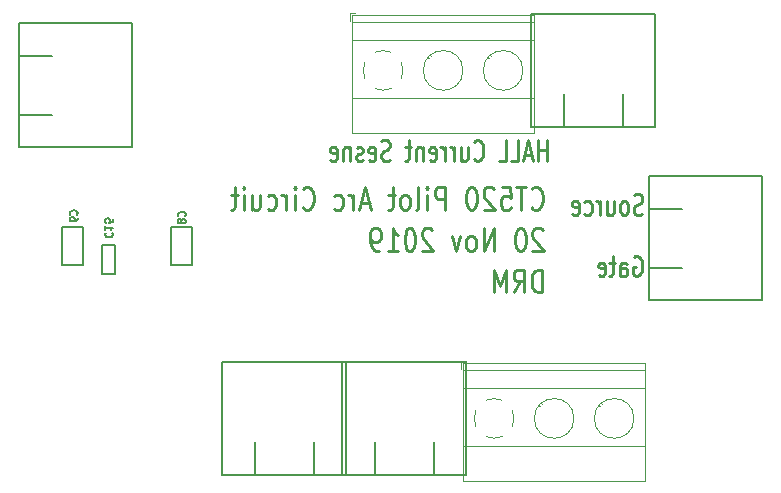
<source format=gbo>
G04 #@! TF.GenerationSoftware,KiCad,Pcbnew,(5.99.0-273-g43768b71c)*
G04 #@! TF.CreationDate,2019-11-20T15:23:38-05:00*
G04 #@! TF.ProjectId,Plasma_Pilot3,506c6173-6d61-45f5-9069-6c6f74332e6b,rev?*
G04 #@! TF.SameCoordinates,Original*
G04 #@! TF.FileFunction,Legend,Bot*
G04 #@! TF.FilePolarity,Positive*
%FSLAX46Y46*%
G04 Gerber Fmt 4.6, Leading zero omitted, Abs format (unit mm)*
G04 Created by KiCad (PCBNEW (5.99.0-273-g43768b71c)) date 2019-11-20 15:23:38*
%MOMM*%
%LPD*%
G04 APERTURE LIST*
%ADD10C,0.254000*%
%ADD11C,0.127000*%
%ADD12C,0.120000*%
%ADD13C,0.150000*%
%ADD14C,0.130048*%
G04 APERTURE END LIST*
D10*
X164573858Y-107668785D02*
X164573858Y-105763785D01*
X164211000Y-105763785D01*
X163993286Y-105854500D01*
X163848143Y-106035928D01*
X163775572Y-106217357D01*
X163703000Y-106580214D01*
X163703000Y-106852357D01*
X163775572Y-107215214D01*
X163848143Y-107396642D01*
X163993286Y-107578071D01*
X164211000Y-107668785D01*
X164573858Y-107668785D01*
X162179000Y-107668785D02*
X162687000Y-106761642D01*
X163049858Y-107668785D02*
X163049858Y-105763785D01*
X162469286Y-105763785D01*
X162324143Y-105854500D01*
X162251572Y-105945214D01*
X162179000Y-106126642D01*
X162179000Y-106398785D01*
X162251572Y-106580214D01*
X162324143Y-106670928D01*
X162469286Y-106761642D01*
X163049858Y-106761642D01*
X161525858Y-107668785D02*
X161525858Y-105763785D01*
X161017858Y-107124500D01*
X160509858Y-105763785D01*
X160509858Y-107668785D01*
X164646428Y-102452714D02*
X164573857Y-102362000D01*
X164428714Y-102271285D01*
X164065857Y-102271285D01*
X163920714Y-102362000D01*
X163848142Y-102452714D01*
X163775571Y-102634142D01*
X163775571Y-102815571D01*
X163848142Y-103087714D01*
X164719000Y-104176285D01*
X163775571Y-104176285D01*
X162832142Y-102271285D02*
X162687000Y-102271285D01*
X162541857Y-102362000D01*
X162469285Y-102452714D01*
X162396714Y-102634142D01*
X162324142Y-102997000D01*
X162324142Y-103450571D01*
X162396714Y-103813428D01*
X162469285Y-103994857D01*
X162541857Y-104085571D01*
X162687000Y-104176285D01*
X162832142Y-104176285D01*
X162977285Y-104085571D01*
X163049857Y-103994857D01*
X163122428Y-103813428D01*
X163195000Y-103450571D01*
X163195000Y-102997000D01*
X163122428Y-102634142D01*
X163049857Y-102452714D01*
X162977285Y-102362000D01*
X162832142Y-102271285D01*
X160509857Y-104176285D02*
X160509857Y-102271285D01*
X159639000Y-104176285D01*
X159639000Y-102271285D01*
X158695571Y-104176285D02*
X158840714Y-104085571D01*
X158913285Y-103994857D01*
X158985857Y-103813428D01*
X158985857Y-103269142D01*
X158913285Y-103087714D01*
X158840714Y-102997000D01*
X158695571Y-102906285D01*
X158477857Y-102906285D01*
X158332714Y-102997000D01*
X158260142Y-103087714D01*
X158187571Y-103269142D01*
X158187571Y-103813428D01*
X158260142Y-103994857D01*
X158332714Y-104085571D01*
X158477857Y-104176285D01*
X158695571Y-104176285D01*
X157679571Y-102906285D02*
X157316714Y-104176285D01*
X156953857Y-102906285D01*
X155284714Y-102452714D02*
X155212142Y-102362000D01*
X155067000Y-102271285D01*
X154704142Y-102271285D01*
X154559000Y-102362000D01*
X154486428Y-102452714D01*
X154413857Y-102634142D01*
X154413857Y-102815571D01*
X154486428Y-103087714D01*
X155357285Y-104176285D01*
X154413857Y-104176285D01*
X153470428Y-102271285D02*
X153325285Y-102271285D01*
X153180142Y-102362000D01*
X153107571Y-102452714D01*
X153035000Y-102634142D01*
X152962428Y-102997000D01*
X152962428Y-103450571D01*
X153035000Y-103813428D01*
X153107571Y-103994857D01*
X153180142Y-104085571D01*
X153325285Y-104176285D01*
X153470428Y-104176285D01*
X153615571Y-104085571D01*
X153688142Y-103994857D01*
X153760714Y-103813428D01*
X153833285Y-103450571D01*
X153833285Y-102997000D01*
X153760714Y-102634142D01*
X153688142Y-102452714D01*
X153615571Y-102362000D01*
X153470428Y-102271285D01*
X151511000Y-104176285D02*
X152381857Y-104176285D01*
X151946428Y-104176285D02*
X151946428Y-102271285D01*
X152091571Y-102543428D01*
X152236714Y-102724857D01*
X152381857Y-102815571D01*
X150785285Y-104176285D02*
X150495000Y-104176285D01*
X150349857Y-104085571D01*
X150277285Y-103994857D01*
X150132142Y-103722714D01*
X150059571Y-103359857D01*
X150059571Y-102634142D01*
X150132142Y-102452714D01*
X150204714Y-102362000D01*
X150349857Y-102271285D01*
X150640142Y-102271285D01*
X150785285Y-102362000D01*
X150857857Y-102452714D01*
X150930428Y-102634142D01*
X150930428Y-103087714D01*
X150857857Y-103269142D01*
X150785285Y-103359857D01*
X150640142Y-103450571D01*
X150349857Y-103450571D01*
X150204714Y-103359857D01*
X150132142Y-103269142D01*
X150059571Y-103087714D01*
X163703000Y-100502357D02*
X163775571Y-100593071D01*
X163993285Y-100683785D01*
X164138428Y-100683785D01*
X164356142Y-100593071D01*
X164501285Y-100411642D01*
X164573857Y-100230214D01*
X164646428Y-99867357D01*
X164646428Y-99595214D01*
X164573857Y-99232357D01*
X164501285Y-99050928D01*
X164356142Y-98869500D01*
X164138428Y-98778785D01*
X163993285Y-98778785D01*
X163775571Y-98869500D01*
X163703000Y-98960214D01*
X163267571Y-98778785D02*
X162396714Y-98778785D01*
X162832142Y-100683785D02*
X162832142Y-98778785D01*
X161163000Y-98778785D02*
X161888714Y-98778785D01*
X161961285Y-99685928D01*
X161888714Y-99595214D01*
X161743571Y-99504500D01*
X161380714Y-99504500D01*
X161235571Y-99595214D01*
X161163000Y-99685928D01*
X161090428Y-99867357D01*
X161090428Y-100320928D01*
X161163000Y-100502357D01*
X161235571Y-100593071D01*
X161380714Y-100683785D01*
X161743571Y-100683785D01*
X161888714Y-100593071D01*
X161961285Y-100502357D01*
X160509857Y-98960214D02*
X160437285Y-98869500D01*
X160292142Y-98778785D01*
X159929285Y-98778785D01*
X159784142Y-98869500D01*
X159711571Y-98960214D01*
X159639000Y-99141642D01*
X159639000Y-99323071D01*
X159711571Y-99595214D01*
X160582428Y-100683785D01*
X159639000Y-100683785D01*
X158695571Y-98778785D02*
X158550428Y-98778785D01*
X158405285Y-98869500D01*
X158332714Y-98960214D01*
X158260142Y-99141642D01*
X158187571Y-99504500D01*
X158187571Y-99958071D01*
X158260142Y-100320928D01*
X158332714Y-100502357D01*
X158405285Y-100593071D01*
X158550428Y-100683785D01*
X158695571Y-100683785D01*
X158840714Y-100593071D01*
X158913285Y-100502357D01*
X158985857Y-100320928D01*
X159058428Y-99958071D01*
X159058428Y-99504500D01*
X158985857Y-99141642D01*
X158913285Y-98960214D01*
X158840714Y-98869500D01*
X158695571Y-98778785D01*
X156373285Y-100683785D02*
X156373285Y-98778785D01*
X155792714Y-98778785D01*
X155647571Y-98869500D01*
X155575000Y-98960214D01*
X155502428Y-99141642D01*
X155502428Y-99413785D01*
X155575000Y-99595214D01*
X155647571Y-99685928D01*
X155792714Y-99776642D01*
X156373285Y-99776642D01*
X154849285Y-100683785D02*
X154849285Y-99413785D01*
X154849285Y-98778785D02*
X154921857Y-98869500D01*
X154849285Y-98960214D01*
X154776714Y-98869500D01*
X154849285Y-98778785D01*
X154849285Y-98960214D01*
X153905857Y-100683785D02*
X154051000Y-100593071D01*
X154123571Y-100411642D01*
X154123571Y-98778785D01*
X153107571Y-100683785D02*
X153252714Y-100593071D01*
X153325285Y-100502357D01*
X153397857Y-100320928D01*
X153397857Y-99776642D01*
X153325285Y-99595214D01*
X153252714Y-99504500D01*
X153107571Y-99413785D01*
X152889857Y-99413785D01*
X152744714Y-99504500D01*
X152672142Y-99595214D01*
X152599571Y-99776642D01*
X152599571Y-100320928D01*
X152672142Y-100502357D01*
X152744714Y-100593071D01*
X152889857Y-100683785D01*
X153107571Y-100683785D01*
X152164142Y-99413785D02*
X151583571Y-99413785D01*
X151946428Y-98778785D02*
X151946428Y-100411642D01*
X151873857Y-100593071D01*
X151728714Y-100683785D01*
X151583571Y-100683785D01*
X149987000Y-100139500D02*
X149261285Y-100139500D01*
X150132142Y-100683785D02*
X149624142Y-98778785D01*
X149116142Y-100683785D01*
X148608142Y-100683785D02*
X148608142Y-99413785D01*
X148608142Y-99776642D02*
X148535571Y-99595214D01*
X148463000Y-99504500D01*
X148317857Y-99413785D01*
X148172714Y-99413785D01*
X147011571Y-100593071D02*
X147156714Y-100683785D01*
X147447000Y-100683785D01*
X147592142Y-100593071D01*
X147664714Y-100502357D01*
X147737285Y-100320928D01*
X147737285Y-99776642D01*
X147664714Y-99595214D01*
X147592142Y-99504500D01*
X147447000Y-99413785D01*
X147156714Y-99413785D01*
X147011571Y-99504500D01*
X144326428Y-100502357D02*
X144399000Y-100593071D01*
X144616714Y-100683785D01*
X144761857Y-100683785D01*
X144979571Y-100593071D01*
X145124714Y-100411642D01*
X145197285Y-100230214D01*
X145269857Y-99867357D01*
X145269857Y-99595214D01*
X145197285Y-99232357D01*
X145124714Y-99050928D01*
X144979571Y-98869500D01*
X144761857Y-98778785D01*
X144616714Y-98778785D01*
X144399000Y-98869500D01*
X144326428Y-98960214D01*
X143673285Y-100683785D02*
X143673285Y-99413785D01*
X143673285Y-98778785D02*
X143745857Y-98869500D01*
X143673285Y-98960214D01*
X143600714Y-98869500D01*
X143673285Y-98778785D01*
X143673285Y-98960214D01*
X142947571Y-100683785D02*
X142947571Y-99413785D01*
X142947571Y-99776642D02*
X142875000Y-99595214D01*
X142802428Y-99504500D01*
X142657285Y-99413785D01*
X142512142Y-99413785D01*
X141351000Y-100593071D02*
X141496142Y-100683785D01*
X141786428Y-100683785D01*
X141931571Y-100593071D01*
X142004142Y-100502357D01*
X142076714Y-100320928D01*
X142076714Y-99776642D01*
X142004142Y-99595214D01*
X141931571Y-99504500D01*
X141786428Y-99413785D01*
X141496142Y-99413785D01*
X141351000Y-99504500D01*
X140044714Y-99413785D02*
X140044714Y-100683785D01*
X140697857Y-99413785D02*
X140697857Y-100411642D01*
X140625285Y-100593071D01*
X140480142Y-100683785D01*
X140262428Y-100683785D01*
X140117285Y-100593071D01*
X140044714Y-100502357D01*
X139319000Y-100683785D02*
X139319000Y-99413785D01*
X139319000Y-98778785D02*
X139391571Y-98869500D01*
X139319000Y-98960214D01*
X139246428Y-98869500D01*
X139319000Y-98778785D01*
X139319000Y-98960214D01*
X138811000Y-99413785D02*
X138230428Y-99413785D01*
X138593285Y-98778785D02*
X138593285Y-100411642D01*
X138520714Y-100593071D01*
X138375571Y-100683785D01*
X138230428Y-100683785D01*
X164991142Y-96540616D02*
X164991142Y-94810622D01*
X164991142Y-95634429D02*
X164265428Y-95634429D01*
X164265428Y-96540616D02*
X164265428Y-94810622D01*
X163721142Y-96046332D02*
X163116380Y-96046332D01*
X163842095Y-96540616D02*
X163418761Y-94810622D01*
X162995428Y-96540616D01*
X161967333Y-96540616D02*
X162572095Y-96540616D01*
X162572095Y-94810622D01*
X160939238Y-96540616D02*
X161544000Y-96540616D01*
X161544000Y-94810622D01*
X158822571Y-96375855D02*
X158883047Y-96458235D01*
X159064476Y-96540616D01*
X159185428Y-96540616D01*
X159366857Y-96458235D01*
X159487809Y-96293474D01*
X159548285Y-96128713D01*
X159608761Y-95799190D01*
X159608761Y-95552048D01*
X159548285Y-95222525D01*
X159487809Y-95057764D01*
X159366857Y-94893003D01*
X159185428Y-94810622D01*
X159064476Y-94810622D01*
X158883047Y-94893003D01*
X158822571Y-94975383D01*
X157734000Y-95387287D02*
X157734000Y-96540616D01*
X158278285Y-95387287D02*
X158278285Y-96293474D01*
X158217809Y-96458235D01*
X158096857Y-96540616D01*
X157915428Y-96540616D01*
X157794476Y-96458235D01*
X157734000Y-96375855D01*
X157129238Y-96540616D02*
X157129238Y-95387287D01*
X157129238Y-95716809D02*
X157068761Y-95552048D01*
X157008285Y-95469667D01*
X156887333Y-95387287D01*
X156766380Y-95387287D01*
X156343047Y-96540616D02*
X156343047Y-95387287D01*
X156343047Y-95716809D02*
X156282571Y-95552048D01*
X156222095Y-95469667D01*
X156101142Y-95387287D01*
X155980190Y-95387287D01*
X155073047Y-96458235D02*
X155194000Y-96540616D01*
X155435904Y-96540616D01*
X155556857Y-96458235D01*
X155617333Y-96293474D01*
X155617333Y-95634429D01*
X155556857Y-95469667D01*
X155435904Y-95387287D01*
X155194000Y-95387287D01*
X155073047Y-95469667D01*
X155012571Y-95634429D01*
X155012571Y-95799190D01*
X155617333Y-95963951D01*
X154468285Y-95387287D02*
X154468285Y-96540616D01*
X154468285Y-95552048D02*
X154407809Y-95469667D01*
X154286857Y-95387287D01*
X154105428Y-95387287D01*
X153984476Y-95469667D01*
X153924000Y-95634429D01*
X153924000Y-96540616D01*
X153500666Y-95387287D02*
X153016857Y-95387287D01*
X153319238Y-94810622D02*
X153319238Y-96293474D01*
X153258761Y-96458235D01*
X153137809Y-96540616D01*
X153016857Y-96540616D01*
X151686380Y-96458235D02*
X151504952Y-96540616D01*
X151202571Y-96540616D01*
X151081619Y-96458235D01*
X151021142Y-96375855D01*
X150960666Y-96211093D01*
X150960666Y-96046332D01*
X151021142Y-95881571D01*
X151081619Y-95799190D01*
X151202571Y-95716809D01*
X151444476Y-95634429D01*
X151565428Y-95552048D01*
X151625904Y-95469667D01*
X151686380Y-95304906D01*
X151686380Y-95140145D01*
X151625904Y-94975383D01*
X151565428Y-94893003D01*
X151444476Y-94810622D01*
X151142095Y-94810622D01*
X150960666Y-94893003D01*
X149932571Y-96458235D02*
X150053523Y-96540616D01*
X150295428Y-96540616D01*
X150416380Y-96458235D01*
X150476857Y-96293474D01*
X150476857Y-95634429D01*
X150416380Y-95469667D01*
X150295428Y-95387287D01*
X150053523Y-95387287D01*
X149932571Y-95469667D01*
X149872095Y-95634429D01*
X149872095Y-95799190D01*
X150476857Y-95963951D01*
X149388285Y-96458235D02*
X149267333Y-96540616D01*
X149025428Y-96540616D01*
X148904476Y-96458235D01*
X148844000Y-96293474D01*
X148844000Y-96211093D01*
X148904476Y-96046332D01*
X149025428Y-95963951D01*
X149206857Y-95963951D01*
X149327809Y-95881571D01*
X149388285Y-95716809D01*
X149388285Y-95634429D01*
X149327809Y-95469667D01*
X149206857Y-95387287D01*
X149025428Y-95387287D01*
X148904476Y-95469667D01*
X148299714Y-95387287D02*
X148299714Y-96540616D01*
X148299714Y-95552048D02*
X148239238Y-95469667D01*
X148118285Y-95387287D01*
X147936857Y-95387287D01*
X147815904Y-95469667D01*
X147755428Y-95634429D01*
X147755428Y-96540616D01*
X146666857Y-96458235D02*
X146787809Y-96540616D01*
X147029714Y-96540616D01*
X147150666Y-96458235D01*
X147211142Y-96293474D01*
X147211142Y-95634429D01*
X147150666Y-95469667D01*
X147029714Y-95387287D01*
X146787809Y-95387287D01*
X146666857Y-95469667D01*
X146606380Y-95634429D01*
X146606380Y-95799190D01*
X147211142Y-95963951D01*
X173070762Y-101030235D02*
X172889333Y-101112616D01*
X172586952Y-101112616D01*
X172466000Y-101030235D01*
X172405524Y-100947855D01*
X172345048Y-100783093D01*
X172345048Y-100618332D01*
X172405524Y-100453571D01*
X172466000Y-100371190D01*
X172586952Y-100288809D01*
X172828857Y-100206429D01*
X172949810Y-100124048D01*
X173010286Y-100041667D01*
X173070762Y-99876906D01*
X173070762Y-99712145D01*
X173010286Y-99547383D01*
X172949810Y-99465003D01*
X172828857Y-99382622D01*
X172526476Y-99382622D01*
X172345048Y-99465003D01*
X171619333Y-101112616D02*
X171740286Y-101030235D01*
X171800762Y-100947855D01*
X171861238Y-100783093D01*
X171861238Y-100288809D01*
X171800762Y-100124048D01*
X171740286Y-100041667D01*
X171619333Y-99959287D01*
X171437905Y-99959287D01*
X171316952Y-100041667D01*
X171256476Y-100124048D01*
X171196000Y-100288809D01*
X171196000Y-100783093D01*
X171256476Y-100947855D01*
X171316952Y-101030235D01*
X171437905Y-101112616D01*
X171619333Y-101112616D01*
X170107429Y-99959287D02*
X170107429Y-101112616D01*
X170651714Y-99959287D02*
X170651714Y-100865474D01*
X170591238Y-101030235D01*
X170470286Y-101112616D01*
X170288857Y-101112616D01*
X170167905Y-101030235D01*
X170107429Y-100947855D01*
X169502667Y-101112616D02*
X169502667Y-99959287D01*
X169502667Y-100288809D02*
X169442191Y-100124048D01*
X169381714Y-100041667D01*
X169260762Y-99959287D01*
X169139810Y-99959287D01*
X168172191Y-101030235D02*
X168293143Y-101112616D01*
X168535048Y-101112616D01*
X168656000Y-101030235D01*
X168716476Y-100947855D01*
X168776952Y-100783093D01*
X168776952Y-100288809D01*
X168716476Y-100124048D01*
X168656000Y-100041667D01*
X168535048Y-99959287D01*
X168293143Y-99959287D01*
X168172191Y-100041667D01*
X167144095Y-101030235D02*
X167265048Y-101112616D01*
X167506952Y-101112616D01*
X167627905Y-101030235D01*
X167688381Y-100865474D01*
X167688381Y-100206429D01*
X167627905Y-100041667D01*
X167506952Y-99959287D01*
X167265048Y-99959287D01*
X167144095Y-100041667D01*
X167083619Y-100206429D01*
X167083619Y-100371190D01*
X167688381Y-100535951D01*
X172345047Y-104672003D02*
X172466000Y-104589622D01*
X172647428Y-104589622D01*
X172828857Y-104672003D01*
X172949809Y-104836764D01*
X173010285Y-105001525D01*
X173070761Y-105331048D01*
X173070761Y-105578190D01*
X173010285Y-105907713D01*
X172949809Y-106072474D01*
X172828857Y-106237235D01*
X172647428Y-106319616D01*
X172526476Y-106319616D01*
X172345047Y-106237235D01*
X172284571Y-106154855D01*
X172284571Y-105578190D01*
X172526476Y-105578190D01*
X171196000Y-106319616D02*
X171196000Y-105413429D01*
X171256476Y-105248667D01*
X171377428Y-105166287D01*
X171619333Y-105166287D01*
X171740285Y-105248667D01*
X171196000Y-106237235D02*
X171316952Y-106319616D01*
X171619333Y-106319616D01*
X171740285Y-106237235D01*
X171800761Y-106072474D01*
X171800761Y-105907713D01*
X171740285Y-105742951D01*
X171619333Y-105660571D01*
X171316952Y-105660571D01*
X171196000Y-105578190D01*
X170772666Y-105166287D02*
X170288857Y-105166287D01*
X170591238Y-104589622D02*
X170591238Y-106072474D01*
X170530761Y-106237235D01*
X170409809Y-106319616D01*
X170288857Y-106319616D01*
X169381714Y-106237235D02*
X169502666Y-106319616D01*
X169744571Y-106319616D01*
X169865523Y-106237235D01*
X169926000Y-106072474D01*
X169926000Y-105413429D01*
X169865523Y-105248667D01*
X169744571Y-105166287D01*
X169502666Y-105166287D01*
X169381714Y-105248667D01*
X169321238Y-105413429D01*
X169321238Y-105578190D01*
X169926000Y-105742951D01*
D11*
X123941000Y-105359000D02*
X125741000Y-105359000D01*
X123941000Y-102159000D02*
X123941000Y-105359000D01*
X125741000Y-102159000D02*
X123941000Y-102159000D01*
X125741000Y-105359000D02*
X125741000Y-102159000D01*
X134961200Y-102184400D02*
X133161200Y-102184400D01*
X134961200Y-105384400D02*
X134961200Y-102184400D01*
X133161200Y-105384400D02*
X134961200Y-105384400D01*
X133161200Y-102184400D02*
X133161200Y-105384400D01*
D12*
X148290000Y-84000000D02*
X148790000Y-84000000D01*
X148290000Y-84740000D02*
X148290000Y-84000000D01*
X160063000Y-87877000D02*
X160016000Y-87831000D01*
X162360000Y-90175000D02*
X162325000Y-90139000D01*
X160256000Y-87661000D02*
X160221000Y-87626000D01*
X162565000Y-89969000D02*
X162518000Y-89923000D01*
X154983000Y-87877000D02*
X154936000Y-87831000D01*
X157280000Y-90175000D02*
X157245000Y-90139000D01*
X155176000Y-87661000D02*
X155141000Y-87626000D01*
X157485000Y-89969000D02*
X157438000Y-89923000D01*
X163890000Y-94161000D02*
X163890000Y-84240000D01*
X148530000Y-94161000D02*
X148530000Y-84240000D01*
X148530000Y-84240000D02*
X163890000Y-84240000D01*
X148530000Y-94161000D02*
X163890000Y-94161000D01*
X148530000Y-91201000D02*
X163890000Y-91201000D01*
X148530000Y-86300000D02*
X163890000Y-86300000D01*
X148530000Y-84800000D02*
X163890000Y-84800000D01*
X162970000Y-88900000D02*
G75*
G03X162970000Y-88900000I-1680000J0D01*
G01*
X157890000Y-88900000D02*
G75*
G03X157890000Y-88900000I-1680000J0D01*
G01*
X151158805Y-87219747D02*
G75*
G03X150446000Y-87365000I-28805J-1680253D01*
G01*
X149594574Y-88216958D02*
G75*
G03X149595000Y-89584000I1535426J-683042D01*
G01*
X150446958Y-90435426D02*
G75*
G03X151814000Y-90435000I683042J1535426D01*
G01*
X152665426Y-89583042D02*
G75*
G03X152665000Y-88216000I-1535426J683042D01*
G01*
X151813318Y-87365244D02*
G75*
G03X151130000Y-87220000I-683318J-1534756D01*
G01*
X157688000Y-113464000D02*
X158188000Y-113464000D01*
X157688000Y-114204000D02*
X157688000Y-113464000D01*
X169461000Y-117341000D02*
X169414000Y-117295000D01*
X171758000Y-119639000D02*
X171723000Y-119603000D01*
X169654000Y-117125000D02*
X169619000Y-117090000D01*
X171963000Y-119433000D02*
X171916000Y-119387000D01*
X164381000Y-117341000D02*
X164334000Y-117295000D01*
X166678000Y-119639000D02*
X166643000Y-119603000D01*
X164574000Y-117125000D02*
X164539000Y-117090000D01*
X166883000Y-119433000D02*
X166836000Y-119387000D01*
X173288000Y-123625000D02*
X173288000Y-113704000D01*
X157928000Y-123625000D02*
X157928000Y-113704000D01*
X157928000Y-113704000D02*
X173288000Y-113704000D01*
X157928000Y-123625000D02*
X173288000Y-123625000D01*
X157928000Y-120665000D02*
X173288000Y-120665000D01*
X157928000Y-115764000D02*
X173288000Y-115764000D01*
X157928000Y-114264000D02*
X173288000Y-114264000D01*
X172368000Y-118364000D02*
G75*
G03X172368000Y-118364000I-1680000J0D01*
G01*
X167288000Y-118364000D02*
G75*
G03X167288000Y-118364000I-1680000J0D01*
G01*
X160556805Y-116683747D02*
G75*
G03X159844000Y-116829000I-28805J-1680253D01*
G01*
X158992574Y-117680958D02*
G75*
G03X158993000Y-119048000I1535426J-683042D01*
G01*
X159844958Y-119899426D02*
G75*
G03X161212000Y-119899000I683042J1535426D01*
G01*
X162063426Y-119047042D02*
G75*
G03X162063000Y-117680000I-1535426J683042D01*
G01*
X161211318Y-116829244D02*
G75*
G03X160528000Y-116684000I-683318J-1534756D01*
G01*
D11*
X128460500Y-103695500D02*
X127317500Y-103695500D01*
X128460500Y-106108500D02*
X128460500Y-103695500D01*
X127317500Y-106108500D02*
X128460500Y-106108500D01*
X127317500Y-103695500D02*
X127317500Y-106108500D01*
D13*
X155408000Y-123114000D02*
X155408000Y-120364000D01*
X150408000Y-123114000D02*
X150408000Y-120364000D01*
X158158000Y-123114000D02*
X147658000Y-123114000D01*
X147658000Y-123114000D02*
X147658000Y-113614000D01*
X147658000Y-113614000D02*
X158158000Y-113614000D01*
X158158000Y-113614000D02*
X158158000Y-123114000D01*
X120345000Y-92670000D02*
X123095000Y-92670000D01*
X120345000Y-87670000D02*
X123095000Y-87670000D01*
X120345000Y-95420000D02*
X120345000Y-84920000D01*
X120345000Y-84920000D02*
X129845000Y-84920000D01*
X129845000Y-84920000D02*
X129845000Y-95420000D01*
X129845000Y-95420000D02*
X120345000Y-95420000D01*
X145248000Y-123114000D02*
X145248000Y-120364000D01*
X140248000Y-123114000D02*
X140248000Y-120364000D01*
X147998000Y-123114000D02*
X137498000Y-123114000D01*
X137498000Y-123114000D02*
X137498000Y-113614000D01*
X137498000Y-113614000D02*
X147998000Y-113614000D01*
X147998000Y-113614000D02*
X147998000Y-123114000D01*
X173685000Y-105624000D02*
X176435000Y-105624000D01*
X173685000Y-100624000D02*
X176435000Y-100624000D01*
X173685000Y-108374000D02*
X173685000Y-97874000D01*
X173685000Y-97874000D02*
X183185000Y-97874000D01*
X183185000Y-97874000D02*
X183185000Y-108374000D01*
X183185000Y-108374000D02*
X173685000Y-108374000D01*
X171410000Y-93650000D02*
X171410000Y-90900000D01*
X166410000Y-93650000D02*
X166410000Y-90900000D01*
X174160000Y-93650000D02*
X163660000Y-93650000D01*
X163660000Y-93650000D02*
X163660000Y-84150000D01*
X163660000Y-84150000D02*
X174160000Y-84150000D01*
X174160000Y-84150000D02*
X174160000Y-93650000D01*
D14*
X125218008Y-101119093D02*
X125251343Y-101090548D01*
X125284677Y-101004914D01*
X125284677Y-100947824D01*
X125251343Y-100862190D01*
X125184674Y-100805100D01*
X125118005Y-100776556D01*
X124984667Y-100748011D01*
X124884663Y-100748011D01*
X124751325Y-100776556D01*
X124684656Y-100805100D01*
X124617988Y-100862190D01*
X124584653Y-100947824D01*
X124584653Y-101004914D01*
X124617988Y-101090548D01*
X124651322Y-101119093D01*
X125284677Y-101404540D02*
X125284677Y-101518720D01*
X125251343Y-101575809D01*
X125218008Y-101604354D01*
X125118005Y-101661443D01*
X124984667Y-101689988D01*
X124717991Y-101689988D01*
X124651322Y-101661443D01*
X124617988Y-101632899D01*
X124584653Y-101575809D01*
X124584653Y-101461630D01*
X124617988Y-101404540D01*
X124651322Y-101375996D01*
X124717991Y-101347451D01*
X124884663Y-101347451D01*
X124951332Y-101375996D01*
X124984667Y-101404540D01*
X125018001Y-101461630D01*
X125018001Y-101575809D01*
X124984667Y-101632899D01*
X124951332Y-101661443D01*
X124884663Y-101689988D01*
X134362008Y-101246093D02*
X134395343Y-101217548D01*
X134428677Y-101131914D01*
X134428677Y-101074824D01*
X134395343Y-100989190D01*
X134328674Y-100932100D01*
X134262005Y-100903556D01*
X134128667Y-100875011D01*
X134028663Y-100875011D01*
X133895325Y-100903556D01*
X133828656Y-100932100D01*
X133761988Y-100989190D01*
X133728653Y-101074824D01*
X133728653Y-101131914D01*
X133761988Y-101217548D01*
X133795322Y-101246093D01*
X134028663Y-101588630D02*
X133995329Y-101531540D01*
X133961994Y-101502996D01*
X133895325Y-101474451D01*
X133861991Y-101474451D01*
X133795322Y-101502996D01*
X133761988Y-101531540D01*
X133728653Y-101588630D01*
X133728653Y-101702809D01*
X133761988Y-101759899D01*
X133795322Y-101788443D01*
X133861991Y-101816988D01*
X133895325Y-101816988D01*
X133961994Y-101788443D01*
X133995329Y-101759899D01*
X134028663Y-101702809D01*
X134028663Y-101588630D01*
X134061998Y-101531540D01*
X134095332Y-101502996D01*
X134162001Y-101474451D01*
X134295339Y-101474451D01*
X134362008Y-101502996D01*
X134395343Y-101531540D01*
X134428677Y-101588630D01*
X134428677Y-101702809D01*
X134395343Y-101759899D01*
X134362008Y-101788443D01*
X134295339Y-101816988D01*
X134162001Y-101816988D01*
X134095332Y-101788443D01*
X134061998Y-101759899D01*
X134028663Y-101702809D01*
D11*
X127662214Y-102643214D02*
X127631976Y-102673452D01*
X127601738Y-102764166D01*
X127601738Y-102824642D01*
X127631976Y-102915357D01*
X127692452Y-102975833D01*
X127752928Y-103006071D01*
X127873880Y-103036309D01*
X127964595Y-103036309D01*
X128085547Y-103006071D01*
X128146023Y-102975833D01*
X128206500Y-102915357D01*
X128236738Y-102824642D01*
X128236738Y-102764166D01*
X128206500Y-102673452D01*
X128176261Y-102643214D01*
X127601738Y-102038452D02*
X127601738Y-102401309D01*
X127601738Y-102219880D02*
X128236738Y-102219880D01*
X128146023Y-102280357D01*
X128085547Y-102340833D01*
X128055309Y-102401309D01*
X128236738Y-101463928D02*
X128236738Y-101766309D01*
X127934357Y-101796547D01*
X127964595Y-101766309D01*
X127994833Y-101705833D01*
X127994833Y-101554642D01*
X127964595Y-101494166D01*
X127934357Y-101463928D01*
X127873880Y-101433690D01*
X127722690Y-101433690D01*
X127662214Y-101463928D01*
X127631976Y-101494166D01*
X127601738Y-101554642D01*
X127601738Y-101705833D01*
X127631976Y-101766309D01*
X127662214Y-101796547D01*
M02*

</source>
